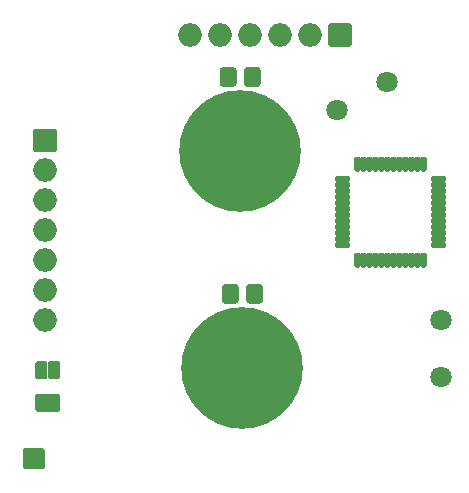
<source format=gbs>
G04 #@! TF.GenerationSoftware,KiCad,Pcbnew,5.1.7-a382d34a8~88~ubuntu18.04.1*
G04 #@! TF.CreationDate,2021-11-20T11:26:47+05:30*
G04 #@! TF.ProjectId,FrontEnd_switch_Normal_v1,46726f6e-7445-46e6-945f-737769746368,rev?*
G04 #@! TF.SameCoordinates,Original*
G04 #@! TF.FileFunction,Soldermask,Bot*
G04 #@! TF.FilePolarity,Negative*
%FSLAX46Y46*%
G04 Gerber Fmt 4.6, Leading zero omitted, Abs format (unit mm)*
G04 Created by KiCad (PCBNEW 5.1.7-a382d34a8~88~ubuntu18.04.1) date 2021-11-20 11:26:47*
%MOMM*%
%LPD*%
G01*
G04 APERTURE LIST*
%ADD10C,10.300000*%
%ADD11O,2.000000X2.000000*%
%ADD12C,1.800000*%
G04 APERTURE END LIST*
G36*
G01*
X115070000Y-85924484D02*
X115070000Y-84854916D01*
G75*
G02*
X115385216Y-84539700I315216J0D01*
G01*
X116204784Y-84539700D01*
G75*
G02*
X116520000Y-84854916I0J-315216D01*
G01*
X116520000Y-85924484D01*
G75*
G02*
X116204784Y-86239700I-315216J0D01*
G01*
X115385216Y-86239700D01*
G75*
G02*
X115070000Y-85924484I0J315216D01*
G01*
G37*
G36*
G01*
X113020000Y-85924484D02*
X113020000Y-84854916D01*
G75*
G02*
X113335216Y-84539700I315216J0D01*
G01*
X114154784Y-84539700D01*
G75*
G02*
X114470000Y-84854916I0J-315216D01*
G01*
X114470000Y-85924484D01*
G75*
G02*
X114154784Y-86239700I-315216J0D01*
G01*
X113335216Y-86239700D01*
G75*
G02*
X113020000Y-85924484I0J315216D01*
G01*
G37*
G36*
G01*
X115255000Y-104288784D02*
X115255000Y-103219216D01*
G75*
G02*
X115570216Y-102904000I315216J0D01*
G01*
X116389784Y-102904000D01*
G75*
G02*
X116705000Y-103219216I0J-315216D01*
G01*
X116705000Y-104288784D01*
G75*
G02*
X116389784Y-104604000I-315216J0D01*
G01*
X115570216Y-104604000D01*
G75*
G02*
X115255000Y-104288784I0J315216D01*
G01*
G37*
G36*
G01*
X113205000Y-104288784D02*
X113205000Y-103219216D01*
G75*
G02*
X113520216Y-102904000I315216J0D01*
G01*
X114339784Y-102904000D01*
G75*
G02*
X114655000Y-103219216I0J-315216D01*
G01*
X114655000Y-104288784D01*
G75*
G02*
X114339784Y-104604000I-315216J0D01*
G01*
X113520216Y-104604000D01*
G75*
G02*
X113205000Y-104288784I0J315216D01*
G01*
G37*
D10*
X114717000Y-91686400D03*
D11*
X98221900Y-106001000D03*
X98221900Y-103461000D03*
X98221900Y-100921000D03*
X98221900Y-98381000D03*
X98221900Y-95841000D03*
X98221900Y-93301000D03*
G36*
G01*
X97221900Y-91611000D02*
X97221900Y-89911000D01*
G75*
G02*
X97371900Y-89761000I150000J0D01*
G01*
X99071900Y-89761000D01*
G75*
G02*
X99221900Y-89911000I0J-150000D01*
G01*
X99221900Y-91611000D01*
G75*
G02*
X99071900Y-91761000I-150000J0D01*
G01*
X97371900Y-91761000D01*
G75*
G02*
X97221900Y-91611000I0J150000D01*
G01*
G37*
G36*
G01*
X97558000Y-109445000D02*
X98298000Y-109445000D01*
G75*
G02*
X98448000Y-109595000I0J-150000D01*
G01*
X98448000Y-110845000D01*
G75*
G02*
X98298000Y-110995000I-150000J0D01*
G01*
X97558000Y-110995000D01*
G75*
G02*
X97408000Y-110845000I0J150000D01*
G01*
X97408000Y-109595000D01*
G75*
G02*
X97558000Y-109445000I150000J0D01*
G01*
G37*
G36*
G01*
X97558000Y-112195000D02*
X99358000Y-112195000D01*
G75*
G02*
X99508000Y-112345000I0J-150000D01*
G01*
X99508000Y-113595000D01*
G75*
G02*
X99358000Y-113745000I-150000J0D01*
G01*
X97558000Y-113745000D01*
G75*
G02*
X97408000Y-113595000I0J150000D01*
G01*
X97408000Y-112345000D01*
G75*
G02*
X97558000Y-112195000I150000J0D01*
G01*
G37*
G36*
G01*
X98618000Y-109445000D02*
X99358000Y-109445000D01*
G75*
G02*
X99508000Y-109595000I0J-150000D01*
G01*
X99508000Y-110845000D01*
G75*
G02*
X99358000Y-110995000I-150000J0D01*
G01*
X98618000Y-110995000D01*
G75*
G02*
X98468000Y-110845000I0J150000D01*
G01*
X98468000Y-109595000D01*
G75*
G02*
X98618000Y-109445000I150000J0D01*
G01*
G37*
X110523000Y-81833700D03*
X113063000Y-81833700D03*
X115603000Y-81833700D03*
X118143000Y-81833700D03*
X120683000Y-81833700D03*
G36*
G01*
X122373000Y-80833700D02*
X124073000Y-80833700D01*
G75*
G02*
X124223000Y-80983700I0J-150000D01*
G01*
X124223000Y-82683700D01*
G75*
G02*
X124073000Y-82833700I-150000J0D01*
G01*
X122373000Y-82833700D01*
G75*
G02*
X122223000Y-82683700I0J150000D01*
G01*
X122223000Y-80983700D01*
G75*
G02*
X122373000Y-80833700I150000J0D01*
G01*
G37*
G36*
G01*
X131059000Y-98868700D02*
X132059000Y-98868700D01*
G75*
G02*
X132209000Y-99018700I0J-150000D01*
G01*
X132209000Y-99248700D01*
G75*
G02*
X132059000Y-99398700I-150000J0D01*
G01*
X131059000Y-99398700D01*
G75*
G02*
X130909000Y-99248700I0J150000D01*
G01*
X130909000Y-99018700D01*
G75*
G02*
X131059000Y-98868700I150000J0D01*
G01*
G37*
G36*
G01*
X130174000Y-92133700D02*
X130404000Y-92133700D01*
G75*
G02*
X130554000Y-92283700I0J-150000D01*
G01*
X130554000Y-93283700D01*
G75*
G02*
X130404000Y-93433700I-150000J0D01*
G01*
X130174000Y-93433700D01*
G75*
G02*
X130024000Y-93283700I0J150000D01*
G01*
X130024000Y-92283700D01*
G75*
G02*
X130174000Y-92133700I150000J0D01*
G01*
G37*
G36*
G01*
X129666000Y-92133700D02*
X129896000Y-92133700D01*
G75*
G02*
X130046000Y-92283700I0J-150000D01*
G01*
X130046000Y-93283700D01*
G75*
G02*
X129896000Y-93433700I-150000J0D01*
G01*
X129666000Y-93433700D01*
G75*
G02*
X129516000Y-93283700I0J150000D01*
G01*
X129516000Y-92283700D01*
G75*
G02*
X129666000Y-92133700I150000J0D01*
G01*
G37*
G36*
G01*
X129158000Y-92133700D02*
X129388000Y-92133700D01*
G75*
G02*
X129538000Y-92283700I0J-150000D01*
G01*
X129538000Y-93283700D01*
G75*
G02*
X129388000Y-93433700I-150000J0D01*
G01*
X129158000Y-93433700D01*
G75*
G02*
X129008000Y-93283700I0J150000D01*
G01*
X129008000Y-92283700D01*
G75*
G02*
X129158000Y-92133700I150000J0D01*
G01*
G37*
G36*
G01*
X128650000Y-92133700D02*
X128880000Y-92133700D01*
G75*
G02*
X129030000Y-92283700I0J-150000D01*
G01*
X129030000Y-93283700D01*
G75*
G02*
X128880000Y-93433700I-150000J0D01*
G01*
X128650000Y-93433700D01*
G75*
G02*
X128500000Y-93283700I0J150000D01*
G01*
X128500000Y-92283700D01*
G75*
G02*
X128650000Y-92133700I150000J0D01*
G01*
G37*
G36*
G01*
X128142000Y-92133700D02*
X128372000Y-92133700D01*
G75*
G02*
X128522000Y-92283700I0J-150000D01*
G01*
X128522000Y-93283700D01*
G75*
G02*
X128372000Y-93433700I-150000J0D01*
G01*
X128142000Y-93433700D01*
G75*
G02*
X127992000Y-93283700I0J150000D01*
G01*
X127992000Y-92283700D01*
G75*
G02*
X128142000Y-92133700I150000J0D01*
G01*
G37*
G36*
G01*
X127634000Y-92133700D02*
X127864000Y-92133700D01*
G75*
G02*
X128014000Y-92283700I0J-150000D01*
G01*
X128014000Y-93283700D01*
G75*
G02*
X127864000Y-93433700I-150000J0D01*
G01*
X127634000Y-93433700D01*
G75*
G02*
X127484000Y-93283700I0J150000D01*
G01*
X127484000Y-92283700D01*
G75*
G02*
X127634000Y-92133700I150000J0D01*
G01*
G37*
G36*
G01*
X127126000Y-92133700D02*
X127356000Y-92133700D01*
G75*
G02*
X127506000Y-92283700I0J-150000D01*
G01*
X127506000Y-93283700D01*
G75*
G02*
X127356000Y-93433700I-150000J0D01*
G01*
X127126000Y-93433700D01*
G75*
G02*
X126976000Y-93283700I0J150000D01*
G01*
X126976000Y-92283700D01*
G75*
G02*
X127126000Y-92133700I150000J0D01*
G01*
G37*
G36*
G01*
X126618000Y-92133700D02*
X126848000Y-92133700D01*
G75*
G02*
X126998000Y-92283700I0J-150000D01*
G01*
X126998000Y-93283700D01*
G75*
G02*
X126848000Y-93433700I-150000J0D01*
G01*
X126618000Y-93433700D01*
G75*
G02*
X126468000Y-93283700I0J150000D01*
G01*
X126468000Y-92283700D01*
G75*
G02*
X126618000Y-92133700I150000J0D01*
G01*
G37*
G36*
G01*
X126110000Y-92133700D02*
X126340000Y-92133700D01*
G75*
G02*
X126490000Y-92283700I0J-150000D01*
G01*
X126490000Y-93283700D01*
G75*
G02*
X126340000Y-93433700I-150000J0D01*
G01*
X126110000Y-93433700D01*
G75*
G02*
X125960000Y-93283700I0J150000D01*
G01*
X125960000Y-92283700D01*
G75*
G02*
X126110000Y-92133700I150000J0D01*
G01*
G37*
G36*
G01*
X125602000Y-92133700D02*
X125832000Y-92133700D01*
G75*
G02*
X125982000Y-92283700I0J-150000D01*
G01*
X125982000Y-93283700D01*
G75*
G02*
X125832000Y-93433700I-150000J0D01*
G01*
X125602000Y-93433700D01*
G75*
G02*
X125452000Y-93283700I0J150000D01*
G01*
X125452000Y-92283700D01*
G75*
G02*
X125602000Y-92133700I150000J0D01*
G01*
G37*
G36*
G01*
X125094000Y-92133700D02*
X125324000Y-92133700D01*
G75*
G02*
X125474000Y-92283700I0J-150000D01*
G01*
X125474000Y-93283700D01*
G75*
G02*
X125324000Y-93433700I-150000J0D01*
G01*
X125094000Y-93433700D01*
G75*
G02*
X124944000Y-93283700I0J150000D01*
G01*
X124944000Y-92283700D01*
G75*
G02*
X125094000Y-92133700I150000J0D01*
G01*
G37*
G36*
G01*
X124586000Y-92133700D02*
X124816000Y-92133700D01*
G75*
G02*
X124966000Y-92283700I0J-150000D01*
G01*
X124966000Y-93283700D01*
G75*
G02*
X124816000Y-93433700I-150000J0D01*
G01*
X124586000Y-93433700D01*
G75*
G02*
X124436000Y-93283700I0J150000D01*
G01*
X124436000Y-92283700D01*
G75*
G02*
X124586000Y-92133700I150000J0D01*
G01*
G37*
G36*
G01*
X122931000Y-93788700D02*
X123931000Y-93788700D01*
G75*
G02*
X124081000Y-93938700I0J-150000D01*
G01*
X124081000Y-94168700D01*
G75*
G02*
X123931000Y-94318700I-150000J0D01*
G01*
X122931000Y-94318700D01*
G75*
G02*
X122781000Y-94168700I0J150000D01*
G01*
X122781000Y-93938700D01*
G75*
G02*
X122931000Y-93788700I150000J0D01*
G01*
G37*
G36*
G01*
X122931000Y-94296700D02*
X123931000Y-94296700D01*
G75*
G02*
X124081000Y-94446700I0J-150000D01*
G01*
X124081000Y-94676700D01*
G75*
G02*
X123931000Y-94826700I-150000J0D01*
G01*
X122931000Y-94826700D01*
G75*
G02*
X122781000Y-94676700I0J150000D01*
G01*
X122781000Y-94446700D01*
G75*
G02*
X122931000Y-94296700I150000J0D01*
G01*
G37*
G36*
G01*
X122931000Y-95312700D02*
X123931000Y-95312700D01*
G75*
G02*
X124081000Y-95462700I0J-150000D01*
G01*
X124081000Y-95692700D01*
G75*
G02*
X123931000Y-95842700I-150000J0D01*
G01*
X122931000Y-95842700D01*
G75*
G02*
X122781000Y-95692700I0J150000D01*
G01*
X122781000Y-95462700D01*
G75*
G02*
X122931000Y-95312700I150000J0D01*
G01*
G37*
G36*
G01*
X122931000Y-95820700D02*
X123931000Y-95820700D01*
G75*
G02*
X124081000Y-95970700I0J-150000D01*
G01*
X124081000Y-96200700D01*
G75*
G02*
X123931000Y-96350700I-150000J0D01*
G01*
X122931000Y-96350700D01*
G75*
G02*
X122781000Y-96200700I0J150000D01*
G01*
X122781000Y-95970700D01*
G75*
G02*
X122931000Y-95820700I150000J0D01*
G01*
G37*
G36*
G01*
X122931000Y-96328700D02*
X123931000Y-96328700D01*
G75*
G02*
X124081000Y-96478700I0J-150000D01*
G01*
X124081000Y-96708700D01*
G75*
G02*
X123931000Y-96858700I-150000J0D01*
G01*
X122931000Y-96858700D01*
G75*
G02*
X122781000Y-96708700I0J150000D01*
G01*
X122781000Y-96478700D01*
G75*
G02*
X122931000Y-96328700I150000J0D01*
G01*
G37*
G36*
G01*
X122931000Y-96836700D02*
X123931000Y-96836700D01*
G75*
G02*
X124081000Y-96986700I0J-150000D01*
G01*
X124081000Y-97216700D01*
G75*
G02*
X123931000Y-97366700I-150000J0D01*
G01*
X122931000Y-97366700D01*
G75*
G02*
X122781000Y-97216700I0J150000D01*
G01*
X122781000Y-96986700D01*
G75*
G02*
X122931000Y-96836700I150000J0D01*
G01*
G37*
G36*
G01*
X122931000Y-97344700D02*
X123931000Y-97344700D01*
G75*
G02*
X124081000Y-97494700I0J-150000D01*
G01*
X124081000Y-97724700D01*
G75*
G02*
X123931000Y-97874700I-150000J0D01*
G01*
X122931000Y-97874700D01*
G75*
G02*
X122781000Y-97724700I0J150000D01*
G01*
X122781000Y-97494700D01*
G75*
G02*
X122931000Y-97344700I150000J0D01*
G01*
G37*
G36*
G01*
X122931000Y-97852700D02*
X123931000Y-97852700D01*
G75*
G02*
X124081000Y-98002700I0J-150000D01*
G01*
X124081000Y-98232700D01*
G75*
G02*
X123931000Y-98382700I-150000J0D01*
G01*
X122931000Y-98382700D01*
G75*
G02*
X122781000Y-98232700I0J150000D01*
G01*
X122781000Y-98002700D01*
G75*
G02*
X122931000Y-97852700I150000J0D01*
G01*
G37*
G36*
G01*
X122931000Y-98360700D02*
X123931000Y-98360700D01*
G75*
G02*
X124081000Y-98510700I0J-150000D01*
G01*
X124081000Y-98740700D01*
G75*
G02*
X123931000Y-98890700I-150000J0D01*
G01*
X122931000Y-98890700D01*
G75*
G02*
X122781000Y-98740700I0J150000D01*
G01*
X122781000Y-98510700D01*
G75*
G02*
X122931000Y-98360700I150000J0D01*
G01*
G37*
G36*
G01*
X122931000Y-98868700D02*
X123931000Y-98868700D01*
G75*
G02*
X124081000Y-99018700I0J-150000D01*
G01*
X124081000Y-99248700D01*
G75*
G02*
X123931000Y-99398700I-150000J0D01*
G01*
X122931000Y-99398700D01*
G75*
G02*
X122781000Y-99248700I0J150000D01*
G01*
X122781000Y-99018700D01*
G75*
G02*
X122931000Y-98868700I150000J0D01*
G01*
G37*
G36*
G01*
X122931000Y-99376700D02*
X123931000Y-99376700D01*
G75*
G02*
X124081000Y-99526700I0J-150000D01*
G01*
X124081000Y-99756700D01*
G75*
G02*
X123931000Y-99906700I-150000J0D01*
G01*
X122931000Y-99906700D01*
G75*
G02*
X122781000Y-99756700I0J150000D01*
G01*
X122781000Y-99526700D01*
G75*
G02*
X122931000Y-99376700I150000J0D01*
G01*
G37*
G36*
G01*
X125094000Y-100261700D02*
X125324000Y-100261700D01*
G75*
G02*
X125474000Y-100411700I0J-150000D01*
G01*
X125474000Y-101411700D01*
G75*
G02*
X125324000Y-101561700I-150000J0D01*
G01*
X125094000Y-101561700D01*
G75*
G02*
X124944000Y-101411700I0J150000D01*
G01*
X124944000Y-100411700D01*
G75*
G02*
X125094000Y-100261700I150000J0D01*
G01*
G37*
G36*
G01*
X125602000Y-100261700D02*
X125832000Y-100261700D01*
G75*
G02*
X125982000Y-100411700I0J-150000D01*
G01*
X125982000Y-101411700D01*
G75*
G02*
X125832000Y-101561700I-150000J0D01*
G01*
X125602000Y-101561700D01*
G75*
G02*
X125452000Y-101411700I0J150000D01*
G01*
X125452000Y-100411700D01*
G75*
G02*
X125602000Y-100261700I150000J0D01*
G01*
G37*
G36*
G01*
X126110000Y-100261700D02*
X126340000Y-100261700D01*
G75*
G02*
X126490000Y-100411700I0J-150000D01*
G01*
X126490000Y-101411700D01*
G75*
G02*
X126340000Y-101561700I-150000J0D01*
G01*
X126110000Y-101561700D01*
G75*
G02*
X125960000Y-101411700I0J150000D01*
G01*
X125960000Y-100411700D01*
G75*
G02*
X126110000Y-100261700I150000J0D01*
G01*
G37*
G36*
G01*
X126618000Y-100261700D02*
X126848000Y-100261700D01*
G75*
G02*
X126998000Y-100411700I0J-150000D01*
G01*
X126998000Y-101411700D01*
G75*
G02*
X126848000Y-101561700I-150000J0D01*
G01*
X126618000Y-101561700D01*
G75*
G02*
X126468000Y-101411700I0J150000D01*
G01*
X126468000Y-100411700D01*
G75*
G02*
X126618000Y-100261700I150000J0D01*
G01*
G37*
G36*
G01*
X127126000Y-100261700D02*
X127356000Y-100261700D01*
G75*
G02*
X127506000Y-100411700I0J-150000D01*
G01*
X127506000Y-101411700D01*
G75*
G02*
X127356000Y-101561700I-150000J0D01*
G01*
X127126000Y-101561700D01*
G75*
G02*
X126976000Y-101411700I0J150000D01*
G01*
X126976000Y-100411700D01*
G75*
G02*
X127126000Y-100261700I150000J0D01*
G01*
G37*
G36*
G01*
X127634000Y-100261700D02*
X127864000Y-100261700D01*
G75*
G02*
X128014000Y-100411700I0J-150000D01*
G01*
X128014000Y-101411700D01*
G75*
G02*
X127864000Y-101561700I-150000J0D01*
G01*
X127634000Y-101561700D01*
G75*
G02*
X127484000Y-101411700I0J150000D01*
G01*
X127484000Y-100411700D01*
G75*
G02*
X127634000Y-100261700I150000J0D01*
G01*
G37*
G36*
G01*
X128142000Y-100261700D02*
X128372000Y-100261700D01*
G75*
G02*
X128522000Y-100411700I0J-150000D01*
G01*
X128522000Y-101411700D01*
G75*
G02*
X128372000Y-101561700I-150000J0D01*
G01*
X128142000Y-101561700D01*
G75*
G02*
X127992000Y-101411700I0J150000D01*
G01*
X127992000Y-100411700D01*
G75*
G02*
X128142000Y-100261700I150000J0D01*
G01*
G37*
G36*
G01*
X128650000Y-100261700D02*
X128880000Y-100261700D01*
G75*
G02*
X129030000Y-100411700I0J-150000D01*
G01*
X129030000Y-101411700D01*
G75*
G02*
X128880000Y-101561700I-150000J0D01*
G01*
X128650000Y-101561700D01*
G75*
G02*
X128500000Y-101411700I0J150000D01*
G01*
X128500000Y-100411700D01*
G75*
G02*
X128650000Y-100261700I150000J0D01*
G01*
G37*
G36*
G01*
X129158000Y-100261700D02*
X129388000Y-100261700D01*
G75*
G02*
X129538000Y-100411700I0J-150000D01*
G01*
X129538000Y-101411700D01*
G75*
G02*
X129388000Y-101561700I-150000J0D01*
G01*
X129158000Y-101561700D01*
G75*
G02*
X129008000Y-101411700I0J150000D01*
G01*
X129008000Y-100411700D01*
G75*
G02*
X129158000Y-100261700I150000J0D01*
G01*
G37*
G36*
G01*
X129666000Y-100261700D02*
X129896000Y-100261700D01*
G75*
G02*
X130046000Y-100411700I0J-150000D01*
G01*
X130046000Y-101411700D01*
G75*
G02*
X129896000Y-101561700I-150000J0D01*
G01*
X129666000Y-101561700D01*
G75*
G02*
X129516000Y-101411700I0J150000D01*
G01*
X129516000Y-100411700D01*
G75*
G02*
X129666000Y-100261700I150000J0D01*
G01*
G37*
G36*
G01*
X130174000Y-100261700D02*
X130404000Y-100261700D01*
G75*
G02*
X130554000Y-100411700I0J-150000D01*
G01*
X130554000Y-101411700D01*
G75*
G02*
X130404000Y-101561700I-150000J0D01*
G01*
X130174000Y-101561700D01*
G75*
G02*
X130024000Y-101411700I0J150000D01*
G01*
X130024000Y-100411700D01*
G75*
G02*
X130174000Y-100261700I150000J0D01*
G01*
G37*
G36*
G01*
X131059000Y-99376700D02*
X132059000Y-99376700D01*
G75*
G02*
X132209000Y-99526700I0J-150000D01*
G01*
X132209000Y-99756700D01*
G75*
G02*
X132059000Y-99906700I-150000J0D01*
G01*
X131059000Y-99906700D01*
G75*
G02*
X130909000Y-99756700I0J150000D01*
G01*
X130909000Y-99526700D01*
G75*
G02*
X131059000Y-99376700I150000J0D01*
G01*
G37*
G36*
G01*
X131059000Y-98360700D02*
X132059000Y-98360700D01*
G75*
G02*
X132209000Y-98510700I0J-150000D01*
G01*
X132209000Y-98740700D01*
G75*
G02*
X132059000Y-98890700I-150000J0D01*
G01*
X131059000Y-98890700D01*
G75*
G02*
X130909000Y-98740700I0J150000D01*
G01*
X130909000Y-98510700D01*
G75*
G02*
X131059000Y-98360700I150000J0D01*
G01*
G37*
G36*
G01*
X131059000Y-97852700D02*
X132059000Y-97852700D01*
G75*
G02*
X132209000Y-98002700I0J-150000D01*
G01*
X132209000Y-98232700D01*
G75*
G02*
X132059000Y-98382700I-150000J0D01*
G01*
X131059000Y-98382700D01*
G75*
G02*
X130909000Y-98232700I0J150000D01*
G01*
X130909000Y-98002700D01*
G75*
G02*
X131059000Y-97852700I150000J0D01*
G01*
G37*
G36*
G01*
X131059000Y-97344700D02*
X132059000Y-97344700D01*
G75*
G02*
X132209000Y-97494700I0J-150000D01*
G01*
X132209000Y-97724700D01*
G75*
G02*
X132059000Y-97874700I-150000J0D01*
G01*
X131059000Y-97874700D01*
G75*
G02*
X130909000Y-97724700I0J150000D01*
G01*
X130909000Y-97494700D01*
G75*
G02*
X131059000Y-97344700I150000J0D01*
G01*
G37*
G36*
G01*
X131059000Y-96836700D02*
X132059000Y-96836700D01*
G75*
G02*
X132209000Y-96986700I0J-150000D01*
G01*
X132209000Y-97216700D01*
G75*
G02*
X132059000Y-97366700I-150000J0D01*
G01*
X131059000Y-97366700D01*
G75*
G02*
X130909000Y-97216700I0J150000D01*
G01*
X130909000Y-96986700D01*
G75*
G02*
X131059000Y-96836700I150000J0D01*
G01*
G37*
G36*
G01*
X131059000Y-96328700D02*
X132059000Y-96328700D01*
G75*
G02*
X132209000Y-96478700I0J-150000D01*
G01*
X132209000Y-96708700D01*
G75*
G02*
X132059000Y-96858700I-150000J0D01*
G01*
X131059000Y-96858700D01*
G75*
G02*
X130909000Y-96708700I0J150000D01*
G01*
X130909000Y-96478700D01*
G75*
G02*
X131059000Y-96328700I150000J0D01*
G01*
G37*
G36*
G01*
X131059000Y-95820700D02*
X132059000Y-95820700D01*
G75*
G02*
X132209000Y-95970700I0J-150000D01*
G01*
X132209000Y-96200700D01*
G75*
G02*
X132059000Y-96350700I-150000J0D01*
G01*
X131059000Y-96350700D01*
G75*
G02*
X130909000Y-96200700I0J150000D01*
G01*
X130909000Y-95970700D01*
G75*
G02*
X131059000Y-95820700I150000J0D01*
G01*
G37*
G36*
G01*
X131059000Y-95312700D02*
X132059000Y-95312700D01*
G75*
G02*
X132209000Y-95462700I0J-150000D01*
G01*
X132209000Y-95692700D01*
G75*
G02*
X132059000Y-95842700I-150000J0D01*
G01*
X131059000Y-95842700D01*
G75*
G02*
X130909000Y-95692700I0J150000D01*
G01*
X130909000Y-95462700D01*
G75*
G02*
X131059000Y-95312700I150000J0D01*
G01*
G37*
G36*
G01*
X131059000Y-94804700D02*
X132059000Y-94804700D01*
G75*
G02*
X132209000Y-94954700I0J-150000D01*
G01*
X132209000Y-95184700D01*
G75*
G02*
X132059000Y-95334700I-150000J0D01*
G01*
X131059000Y-95334700D01*
G75*
G02*
X130909000Y-95184700I0J150000D01*
G01*
X130909000Y-94954700D01*
G75*
G02*
X131059000Y-94804700I150000J0D01*
G01*
G37*
G36*
G01*
X131059000Y-94296700D02*
X132059000Y-94296700D01*
G75*
G02*
X132209000Y-94446700I0J-150000D01*
G01*
X132209000Y-94676700D01*
G75*
G02*
X132059000Y-94826700I-150000J0D01*
G01*
X131059000Y-94826700D01*
G75*
G02*
X130909000Y-94676700I0J150000D01*
G01*
X130909000Y-94446700D01*
G75*
G02*
X131059000Y-94296700I150000J0D01*
G01*
G37*
G36*
G01*
X131059000Y-93788700D02*
X132059000Y-93788700D01*
G75*
G02*
X132209000Y-93938700I0J-150000D01*
G01*
X132209000Y-94168700D01*
G75*
G02*
X132059000Y-94318700I-150000J0D01*
G01*
X131059000Y-94318700D01*
G75*
G02*
X130909000Y-94168700I0J150000D01*
G01*
X130909000Y-93938700D01*
G75*
G02*
X131059000Y-93788700I150000J0D01*
G01*
G37*
G36*
G01*
X124586000Y-100261700D02*
X124816000Y-100261700D01*
G75*
G02*
X124966000Y-100411700I0J-150000D01*
G01*
X124966000Y-101411700D01*
G75*
G02*
X124816000Y-101561700I-150000J0D01*
G01*
X124586000Y-101561700D01*
G75*
G02*
X124436000Y-101411700I0J150000D01*
G01*
X124436000Y-100411700D01*
G75*
G02*
X124586000Y-100261700I150000J0D01*
G01*
G37*
G36*
G01*
X122931000Y-94804700D02*
X123931000Y-94804700D01*
G75*
G02*
X124081000Y-94954700I0J-150000D01*
G01*
X124081000Y-95184700D01*
G75*
G02*
X123931000Y-95334700I-150000J0D01*
G01*
X122931000Y-95334700D01*
G75*
G02*
X122781000Y-95184700I0J150000D01*
G01*
X122781000Y-94954700D01*
G75*
G02*
X122931000Y-94804700I150000J0D01*
G01*
G37*
G36*
G01*
X96375100Y-118466000D02*
X96375100Y-116942000D01*
G75*
G02*
X96525100Y-116792000I150000J0D01*
G01*
X98049100Y-116792000D01*
G75*
G02*
X98199100Y-116942000I0J-150000D01*
G01*
X98199100Y-118466000D01*
G75*
G02*
X98049100Y-118616000I-150000J0D01*
G01*
X96525100Y-118616000D01*
G75*
G02*
X96375100Y-118466000I0J150000D01*
G01*
G37*
D10*
X114930000Y-110023000D03*
D12*
X131796000Y-105951000D03*
X131796000Y-110831000D03*
X127223204Y-85774200D03*
X122997000Y-88214200D03*
M02*

</source>
